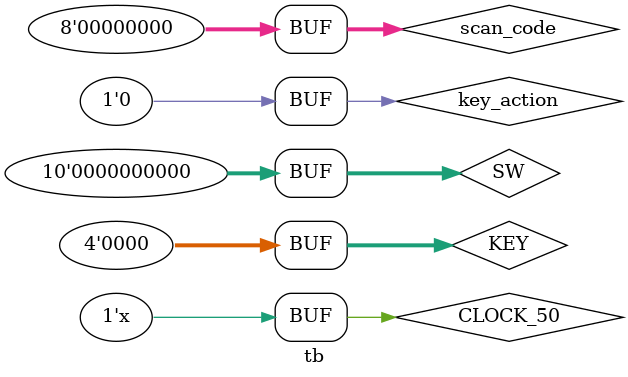
<source format=v>
`timescale 1ns / 1ps

`default_nettype none

module tb();

    reg CLOCK_50 = 0;               // DE-series 50 MHz clock
    reg [9:0] SW = 0;               // DE-series SW switches
    reg [3:0] KEY = 0;              // DE-series pushbutton keys
    wire [(8*6) -1:0] HEX;          // HEX displays (six ports)
    wire [9:0] LEDR;                // DE-series LEDs

    reg key_action = 0;
    reg [7:0] scan_code = 0;
    wire [2:0] ps2_lock_control;

    wire [7:0] VGA_X;               // "VGA" column
    wire [6:0] VGA_Y;               // "VGA" row
    wire [2:0] VGA_COLOR;           // "VGA pixel" colour (0-7)
    wire plot;                      // "Pixel" is drawn when this is pulsed
    wire [31:0] GPIO;               // DE-series GPIO port

    //initial $sim_fpga(CLOCK_50, SW, KEY, LEDR, HEX, key_action, scan_code, 
    //                  ps2_lock_control, VGA_X, VGA_Y, VGA_COLOR, plot, GPIO);

   
    // create the 50 MHz clock signal
    always #10
        CLOCK_50 <= ~CLOCK_50;

    
    top DUT (.CLOCK_50(CLOCK_50), .KEY(KEY), .SW(SW), .LEDR(LEDR));

endmodule
</source>
